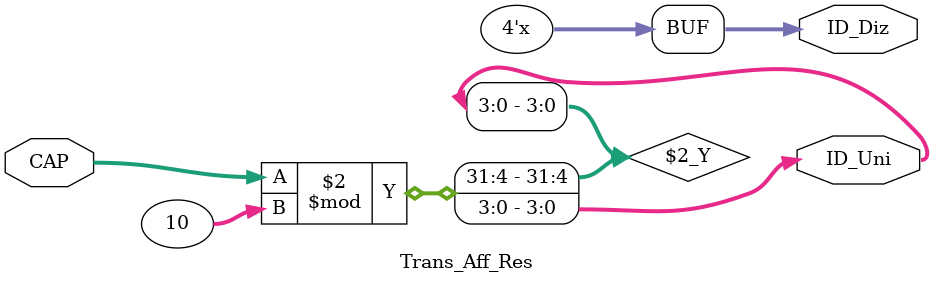
<source format=v>
module Trans_Aff_Res(CAP, ID_Uni, ID_Diz);

input[6:0] CAP;

output[3:0] ID_Diz;
output[3:0] ID_Uni;

reg[3:0] ID_Uni;
reg[3:0] ID_Diz;


always @(CAP)
begin
	ID_Uni <= (CAP % 10);
	ID_Diz <= ((CAP - ID_Uni)/10);
end



endmodule
</source>
